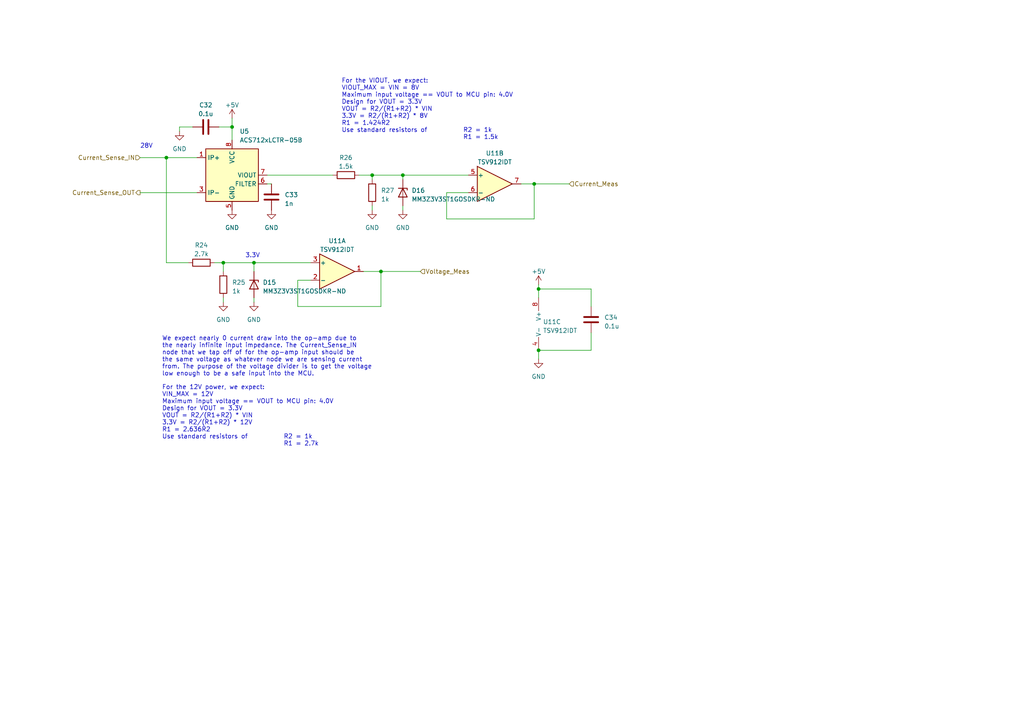
<source format=kicad_sch>
(kicad_sch (version 20230121) (generator eeschema)
  (paper "A4")
  (lib_symbols
    (symbol "Amplifier_Operational:TSV912IDT" (pin_names (offset 0.127))
      (property "Reference" "U" (at 0 5.08 0))
      (property "Value" "TSV912IDT" (at 0 -5.08 0))
      (symbol "TSV912IDT_1_1"
        (polyline (pts (xy -5.08 5.08) (xy 5.08 0) (xy -5.08 -5.08) (xy -5.08 5.08)) (stroke (width 0.254)) (fill (type background)))
        (pin output line (at 7.62 0 180) (length 2.54) (name "~") (number "1"))
        (pin input line (at -7.62 -2.54 0) (length 2.54) (name "-") (number "2"))
        (pin input line (at -7.62 2.54 0) (length 2.54) (name "+") (number "3"))
      )
      (symbol "TSV912IDT_2_1"
        (polyline (pts (xy -5.08 5.08) (xy 5.08 0) (xy -5.08 -5.08) (xy -5.08 5.08)) (stroke (width 0.254)) (fill (type background)))
        (pin input line (at -7.62 2.54 0) (length 2.54) (name "+") (number "5"))
        (pin input line (at -7.62 -2.54 0) (length 2.54) (name "-") (number "6"))
        (pin output line (at 7.62 0 180) (length 2.54) (name "~") (number "7"))
      )
      (symbol "TSV912IDT_3_1"
        (pin power_in line (at -2.54 -7.62 90) (length 3.81) (name "V-") (number "4"))
        (pin power_in line (at -2.54 7.62 270) (length 3.81) (name "V+") (number "8"))
      )
    )
    (symbol "Device:C" (pin_numbers hide) (pin_names (offset 0.254))
      (property "Reference" "C" (at 0.635 2.54 0))
      (property "Value" "C" (at 0.635 -2.54 0))
      (symbol "C_0_1"
        (polyline (pts (xy -2.032 -0.762) (xy 2.032 -0.762)) (stroke (width 0.508)))
        (polyline (pts (xy -2.032 0.762) (xy 2.032 0.762)) (stroke (width 0.508)))
      )
      (symbol "C_1_1"
        (pin passive line (at 0 3.81 270) (length 2.794) (name "~") (number "1"))
        (pin passive line (at 0 -3.81 90) (length 2.794) (name "~") (number "2"))
      )
    )
    (symbol "Device:D_Zener" (pin_numbers hide) (pin_names (offset 1.016) hide)
      (property "Reference" "D" (at 0 2.54 0))
      (property "Value" "D_Zener" (at 0 -2.54 0))
      (symbol "D_Zener_0_1"
        (polyline (pts (xy 1.27 0) (xy -1.27 0)))
        (polyline (pts (xy -1.27 -1.27) (xy -1.27 1.27) (xy -0.762 1.27)) (stroke (width 0.254)))
        (polyline (pts (xy 1.27 -1.27) (xy 1.27 1.27) (xy -1.27 0) (xy 1.27 -1.27)) (stroke (width 0.254)))
      )
      (symbol "D_Zener_1_1"
        (pin passive line (at -3.81 0 0) (length 2.54) (name "K") (number "1"))
        (pin passive line (at 3.81 0 180) (length 2.54) (name "A") (number "2"))
      )
    )
    (symbol "Device:R" (pin_numbers hide) (pin_names (offset 0))
      (property "Reference" "R" (at 2.032 0 90))
      (property "Value" "R" (at 0 0 90))
      (symbol "R_0_1"
        (rectangle (start -1.016 -2.54) (end 1.016 2.54) (stroke (width 0.254)))
      )
      (symbol "R_1_1"
        (pin passive line (at 0 3.81 270) (length 1.27) (name "~") (number "1"))
        (pin passive line (at 0 -3.81 90) (length 1.27) (name "~") (number "2"))
      )
    )
    (symbol "Sensor_Current:ACS712xLCTR-05B"
      (property "Reference" "U" (at 2.54 11.43 0))
      (property "Value" "ACS712xLCTR-05B" (at 2.54 8.89 0))
      (symbol "ACS712xLCTR-05B_0_1"
        (rectangle (start -7.62 7.62) (end 7.62 -7.62) (stroke (width 0.254)) (fill (type background)))
      )
      (symbol "ACS712xLCTR-05B_1_1"
        (pin passive line (at -10.16 5.08 0) (length 2.54) (name "IP+") (number "1"))
        (pin passive line (at -10.16 5.08 0) (length 2.54) hide (name "IP+") (number "2"))
        (pin passive line (at -10.16 -5.08 0) (length 2.54) (name "IP-") (number "3"))
        (pin passive line (at -10.16 -5.08 0) (length 2.54) hide (name "IP-") (number "4"))
        (pin power_in line (at 0 -10.16 90) (length 2.54) (name "GND") (number "5"))
        (pin passive line (at 10.16 -2.54 180) (length 2.54) (name "FILTER") (number "6"))
        (pin output line (at 10.16 0 180) (length 2.54) (name "VIOUT") (number "7"))
        (pin power_in line (at 0 10.16 270) (length 2.54) (name "VCC") (number "8"))
      )
    )
    (symbol "power:+5V" (power) (pin_names (offset 0))
      (property "Value" "+5V" (at 0 3.556 0))
      (symbol "+5V_0_1"
        (polyline (pts (xy -0.762 1.27) (xy 0 2.54)))
        (polyline (pts (xy 0 0) (xy 0 2.54)))
        (polyline (pts (xy 0 2.54) (xy 0.762 1.27)))
      )
      (symbol "+5V_1_1"
        (pin power_in line (at 0 0 90) (length 0) hide (name "+5V") (number "1"))
      )
    )
    (symbol "power:GND" (power) (pin_names (offset 0))
      (property "Value" "GND" (at 0 -3.81 0))
      (symbol "GND_0_1"
        (polyline (pts (xy 0 0) (xy 0 -1.27) (xy 1.27 -1.27) (xy 0 -2.54) (xy -1.27 -1.27) (xy 0 -1.27)))
      )
      (symbol "GND_1_1"
        (pin power_in line (at 0 0 270) (length 0) hide (name "GND") (number "1"))
      )
    )
  )
  (junction (at 156.21 101.6))
  (junction (at 154.94 53.34))
  (junction (at 73.66 76.2))
  (junction (at 116.84 50.8))
  (junction (at 64.77 76.2))
  (junction (at 67.31 36.83))
  (junction (at 48.26 45.72))
  (junction (at 156.21 83.82))
  (junction (at 110.49 78.74))
  (junction (at 107.95 50.8))
  (wire (pts (xy 107.95 59.69) (xy 107.95 60.96)))
  (wire (pts (xy 52.07 36.83) (xy 52.07 38.1)))
  (wire (pts (xy 67.31 34.29) (xy 67.31 36.83)))
  (wire (pts (xy 55.88 36.83) (xy 52.07 36.83)))
  (wire (pts (xy 64.77 76.2) (xy 73.66 76.2)))
  (wire (pts (xy 156.21 104.14) (xy 156.21 101.6)))
  (wire (pts (xy 110.49 78.74) (xy 121.92 78.74)))
  (wire (pts (xy 48.26 76.2) (xy 54.61 76.2)))
  (wire (pts (xy 73.66 86.36) (xy 73.66 87.63)))
  (wire (pts (xy 86.36 88.9) (xy 110.49 88.9)))
  (wire (pts (xy 116.84 50.8) (xy 135.89 50.8)))
  (wire (pts (xy 104.14 50.8) (xy 107.95 50.8)))
  (wire (pts (xy 48.26 45.72) (xy 48.26 76.2)))
  (wire (pts (xy 129.54 63.5) (xy 154.94 63.5)))
  (wire (pts (xy 116.84 50.8) (xy 116.84 52.07)))
  (wire (pts (xy 154.94 63.5) (xy 154.94 53.34)))
  (wire (pts (xy 77.47 50.8) (xy 96.52 50.8)))
  (wire (pts (xy 86.36 81.28) (xy 86.36 88.9)))
  (wire (pts (xy 67.31 36.83) (xy 67.31 40.64)))
  (wire (pts (xy 64.77 86.36) (xy 64.77 87.63)))
  (wire (pts (xy 156.21 82.55) (xy 156.21 83.82)))
  (wire (pts (xy 90.17 81.28) (xy 86.36 81.28)))
  (wire (pts (xy 154.94 53.34) (xy 165.1 53.34)))
  (wire (pts (xy 73.66 76.2) (xy 90.17 76.2)))
  (wire (pts (xy 156.21 83.82) (xy 171.45 83.82)))
  (wire (pts (xy 63.5 36.83) (xy 67.31 36.83)))
  (wire (pts (xy 73.66 76.2) (xy 73.66 78.74)))
  (wire (pts (xy 156.21 83.82) (xy 156.21 86.36)))
  (wire (pts (xy 48.26 45.72) (xy 57.15 45.72)))
  (wire (pts (xy 110.49 78.74) (xy 105.41 78.74)))
  (wire (pts (xy 171.45 96.52) (xy 171.45 101.6)))
  (wire (pts (xy 77.47 53.34) (xy 78.74 53.34)))
  (wire (pts (xy 57.15 55.88) (xy 40.64 55.88)))
  (wire (pts (xy 171.45 83.82) (xy 171.45 88.9)))
  (wire (pts (xy 107.95 50.8) (xy 107.95 52.07)))
  (wire (pts (xy 116.84 59.69) (xy 116.84 60.96)))
  (wire (pts (xy 107.95 50.8) (xy 116.84 50.8)))
  (wire (pts (xy 129.54 55.88) (xy 129.54 63.5)))
  (wire (pts (xy 151.13 53.34) (xy 154.94 53.34)))
  (wire (pts (xy 40.64 45.72) (xy 48.26 45.72)))
  (wire (pts (xy 135.89 55.88) (xy 129.54 55.88)))
  (wire (pts (xy 110.49 88.9) (xy 110.49 78.74)))
  (wire (pts (xy 64.77 76.2) (xy 64.77 78.74)))
  (wire (pts (xy 62.23 76.2) (xy 64.77 76.2)))
  (wire (pts (xy 171.45 101.6) (xy 156.21 101.6)))
  (text "We expect nearly 0 current draw into the op-amp due to\nthe nearly infinite input impedance. The Current_Sense_IN\nnode that we tap off of for the op-amp input should be\nthe same voltage as whatever node we are sensing current\nfrom. The purpose of the voltage divider is to get the voltage\nlow enough to be a safe input into the MCU." (at 46.99 109.22 0) (effects (font (size 1.27 1.27)) (justify left bottom)))
  (text "28V" (at 40.64 43.18 0) (effects (font (size 1.27 1.27)) (justify left bottom)))
  (text "For the 12V power, we expect:\nVIN_MAX = 12V\nMaximum input voltage == VOUT to MCU pin: 4.0V\nDesign for VOUT = 3.3V\nVOUT = R2/(R1+R2) * VIN\n3.3V = R2/(R1+R2) * 12V\nR1 = 2.636R2\nUse standard resistors of 	R2 = 1k\n							R1 = 2.7k" (at 46.99 129.54 0) (effects (font (size 1.27 1.27)) (justify left bottom)))
  (text "For the VIOUT, we expect:\nVIOUT_MAX = VIN = 8V\nMaximum input voltage == VOUT to MCU pin: 4.0V\nDesign for VOUT = 3.3V\nVOUT = R2/(R1+R2) * VIN\n3.3V = R2/(R1+R2) * 8V\nR1 = 1.424R2\nUse standard resistors of 	R2 = 1k\n							R1 = 1.5k" (at 99.06 40.64 0) (effects (font (size 1.27 1.27)) (justify left bottom)))
  (text "3.3V" (at 71.12 74.93 0) (effects (font (size 1.27 1.27)) (justify left bottom)))
  (hierarchical_label "Current_Sense_IN" (shape input) (at 40.64 45.72 180))
  (hierarchical_label "Current_Sense_OUT" (shape output) (at 40.64 55.88 180))
  (hierarchical_label "Voltage_Meas" (shape input) (at 121.92 78.74 0))
  (hierarchical_label "Current_Meas" (shape input) (at 165.1 53.34 0))
  (symbol (lib_id "Device:R") (at 64.77 82.55 180) (unit 1)
    (property "Reference" "R25" (at 67.31 81.915 0) (effects (justify right)))
    (property "Value" "1k" (at 67.31 84.455 0) (effects (justify right)))
    (property "Footprint" "Resistor_SMD:R_0805_2012Metric" (effects hide))
    (instances (project "FCBoard" (path "" (reference "R25") (unit 1)) (path "" (reference "R17") (unit 1))))
  )
  (symbol (lib_id "power:GND") (at 73.66 87.63 0) (unit 1)
    (property "Reference" "#PWR043" (effects hide))
    (property "Value" "GND" (at 73.66 92.71 0))
    (instances (project "FCBoard" (path "" (reference "#PWR043") (unit 1)) (path "" (reference "#PWR039") (unit 1))))
  )
  (symbol (lib_id "Device:C") (at 59.69 36.83 90) (unit 1)
    (property "Reference" "C32" (at 59.69 30.48 90))
    (property "Value" "0.1u" (at 59.69 33.02 90))
    (property "Footprint" "Capacitor_SMD:C_0603_1608Metric" (effects hide))
    (property "Datasheet" "https://connect.kemet.com:7667/gateway/IntelliData-ComponentDocumentation/1.0/download/datasheet/C0603C104K8RACTU" (effects hide))
    (property "Part" "C0603C104K8RAC7867" (effects hide))
    (instances (project "FCBoard" (path "" (reference "C32") (unit 1)) (path "" (reference "C21") (unit 1))))
  )
  (symbol (lib_id "Amplifier_Operational:TSV912IDT") (at 143.51 53.34 0) (unit 2)
    (property "Reference" "U11" (at 143.51 44.45 0))
    (property "Value" "TSV912IDT" (at 143.51 46.99 0))
    (property "Footprint" "BATT_FTP:SO8_STM" (effects hide))
    (property "Datasheet" "www.st.com/resource/en/datasheet/tsv911.pdf" (effects hide))
  )
  (symbol (lib_id "Amplifier_Operational:TSV912IDT") (at 158.75 93.98 0) (unit 3)
    (property "Reference" "U11" (at 157.48 93.345 0) (effects (justify left)))
    (property "Value" "TSV912IDT" (at 157.48 95.885 0) (effects (justify left)))
    (property "Footprint" "BATT_FTP:SO8_STM" (effects hide))
    (property "Datasheet" "www.st.com/resource/en/datasheet/tsv911.pdf" (effects hide))
  )
  (symbol (lib_id "Amplifier_Operational:TSV912IDT") (at 97.79 78.74 0) (unit 1)
    (property "Reference" "U11" (at 97.79 69.85 0))
    (property "Value" "TSV912IDT" (at 97.79 72.39 0))
    (property "Footprint" "BATT_FTP:SO8_STM" (effects hide))
    (property "Datasheet" "www.st.com/resource/en/datasheet/tsv911.pdf" (effects hide))
    (instances (project "FCBoard" (path "" (reference "U11") (unit 1)) (path "" (reference "U12") (unit 1))))
  )
  (symbol (lib_id "power:GND") (at 67.31 60.96 0) (unit 1)
    (property "Reference" "#PWR042" (effects hide))
    (property "Value" "GND" (at 67.31 66.04 0))
    (instances (project "FCBoard" (path "" (reference "#PWR042") (unit 1)) (path "" (reference "#PWR037") (unit 1))))
  )
  (symbol (lib_id "Device:R") (at 107.95 55.88 180) (unit 1)
    (property "Reference" "R27" (at 110.49 55.245 0) (effects (justify right)))
    (property "Value" "1k" (at 110.49 57.785 0) (effects (justify right)))
    (property "Footprint" "Resistor_SMD:R_0805_2012Metric" (effects hide))
    (instances (project "FCBoard" (path "" (reference "R27") (unit 1)) (path "" (reference "R17") (unit 1))))
  )
  (symbol (lib_id "Device:C") (at 78.74 57.15 180) (unit 1)
    (property "Reference" "C33" (at 82.55 56.515 0) (effects (justify right)))
    (property "Value" "1n" (at 82.55 59.055 0) (effects (justify right)))
    (property "Footprint" "Capacitor_SMD:C_0603_1608Metric" (effects hide))
    (property "Datasheet" "https://www.yageo.com/upload/media/product/app/datasheet/mlcc/upy-gphc_x7r_6_3v-to-250v.pdf" (effects hide))
    (property "Part" "CC0603JRX7R7BB102" (effects hide))
    (instances (project "FCBoard" (path "" (reference "C33") (unit 1)) (path "" (reference "C21") (unit 1))))
  )
  (symbol (lib_id "power:GND") (at 52.07 38.1 0) (unit 1)
    (property "Reference" "#PWR039" (effects hide))
    (property "Value" "GND" (at 52.07 43.18 0))
    (instances (project "FCBoard" (path "" (reference "#PWR039") (unit 1)) (path "" (reference "#PWR035") (unit 1))))
  )
  (symbol (lib_id "power:GND") (at 107.95 60.96 0) (unit 1)
    (property "Reference" "#PWR045" (effects hide))
    (property "Value" "GND" (at 107.95 66.04 0))
    (instances (project "FCBoard" (path "" (reference "#PWR045") (unit 1)) (path "" (reference "#PWR038") (unit 1))))
  )
  (symbol (lib_id "Device:R") (at 58.42 76.2 90) (unit 1)
    (property "Reference" "R24" (at 58.42 71.12 90))
    (property "Value" "2.7k" (at 58.42 73.66 90))
    (property "Footprint" "Resistor_SMD:R_0805_2012Metric" (effects hide))
    (instances (project "FCBoard" (path "" (reference "R24") (unit 1)) (path "" (reference "R18") (unit 1))))
  )
  (symbol (lib_id "power:GND") (at 78.74 60.96 0) (unit 1)
    (property "Reference" "#PWR044" (effects hide))
    (property "Value" "GND" (at 78.74 66.04 0))
    (instances (project "FCBoard" (path "" (reference "#PWR044") (unit 1)) (path "" (reference "#PWR038") (unit 1))))
  )
  (symbol (lib_id "power:GND") (at 64.77 87.63 0) (unit 1)
    (property "Reference" "#PWR040" (effects hide))
    (property "Value" "GND" (at 64.77 92.71 0))
    (instances (project "FCBoard" (path "" (reference "#PWR040") (unit 1)) (path "" (reference "#PWR038") (unit 1))))
  )
  (symbol (lib_id "Device:C") (at 171.45 92.71 180) (unit 1)
    (property "Reference" "C34" (at 175.26 92.075 0) (effects (justify right)))
    (property "Value" "0.1u" (at 175.26 94.615 0) (effects (justify right)))
    (property "Footprint" "Capacitor_SMD:C_0603_1608Metric" (effects hide))
    (property "Datasheet" "https://connect.kemet.com:7667/gateway/IntelliData-ComponentDocumentation/1.0/download/datasheet/C0603C104K8RACTU" (effects hide))
    (property "Part" "C0603C104K8RAC7867" (effects hide))
    (instances (project "FCBoard" (path "" (reference "C34") (unit 1)) (path "" (reference "C21") (unit 1))))
  )
  (symbol (lib_id "Device:R") (at 100.33 50.8 90) (unit 1)
    (property "Reference" "R26" (at 100.33 45.72 90))
    (property "Value" "1.5k" (at 100.33 48.26 90))
    (property "Footprint" "Resistor_SMD:R_0805_2012Metric" (effects hide))
    (instances (project "FCBoard" (path "" (reference "R26") (unit 1)) (path "" (reference "R18") (unit 1))))
  )
  (symbol (lib_id "Device:D_Zener") (at 116.84 55.88 270) (unit 1)
    (property "Reference" "D16" (at 119.38 55.245 90) (effects (justify left)))
    (property "Value" "MM3Z3V3ST1GOSDKR-ND" (at 119.38 57.785 90) (effects (justify left)))
    (property "Footprint" "Diode_SMD:D_SOD-323" (effects hide))
    (property "Datasheet" "https://www.onsemi.com/pdf/datasheet/mm3z2v4st1-d.pdf" (effects hide))
    (instances (project "FCBoard" (path "" (reference "D16") (unit 1)) (path "" (reference "D18") (unit 1))))
  )
  (symbol (lib_id "Sensor_Current:ACS712xLCTR-05B") (at 67.31 50.8 0) (unit 1)
    (property "Reference" "U5" (at 69.5041 38.1 0) (effects (justify left)))
    (property "Value" "ACS712xLCTR-05B" (at 69.5041 40.64 0) (effects (justify left)))
    (property "Footprint" "Package_SO:SOIC-8_3.9x4.9mm_P1.27mm" (effects hide))
    (property "Datasheet" "http://www.allegromicro.com/~/media/Files/Datasheets/ACS712-Datasheet.ashx?la=en" (effects hide))
    (instances (project "FCBoard" (path "" (reference "U5") (unit 1)) (path "" (reference "U10") (unit 1))))
  )
  (symbol (lib_id "power:+5V") (at 156.21 82.55 0) (unit 1)
    (property "Reference" "#PWR047" (effects hide))
    (property "Value" "+5V" (at 156.21 78.74 0))
    (instances (project "FCBoard" (path "" (reference "#PWR047") (unit 1)) (path "" (reference "#PWR036") (unit 1))))
  )
  (symbol (lib_id "power:GND") (at 116.84 60.96 0) (unit 1)
    (property "Reference" "#PWR046" (effects hide))
    (property "Value" "GND" (at 116.84 66.04 0))
    (instances (project "FCBoard" (path "" (reference "#PWR046") (unit 1)) (path "" (reference "#PWR038") (unit 1))))
  )
  (symbol (lib_id "Device:D_Zener") (at 73.66 82.55 270) (unit 1)
    (property "Reference" "D15" (at 76.2 81.915 90) (effects (justify left)))
    (property "Value" "MM3Z3V3ST1GOSDKR-ND" (at 76.2 84.455 90) (effects (justify left)))
    (property "Footprint" "Diode_SMD:D_SOD-323" (effects hide))
    (property "Datasheet" "https://www.onsemi.com/pdf/datasheet/mm3z2v4st1-d.pdf" (effects hide))
    (instances (project "FCBoard" (path "" (reference "D15") (unit 1)) (path "" (reference "D18") (unit 1))))
  )
  (symbol (lib_id "power:GND") (at 156.21 104.14 0) (unit 1)
    (property "Reference" "#PWR048" (effects hide))
    (property "Value" "GND" (at 156.21 109.22 0))
    (instances (project "FCBoard" (path "" (reference "#PWR048") (unit 1)) (path "" (reference "#PWR039") (unit 1))))
  )
  (symbol (lib_id "power:+5V") (at 67.31 34.29 0) (unit 1)
    (property "Reference" "#PWR041" (effects hide))
    (property "Value" "+5V" (at 67.31 30.48 0))
    (instances (project "FCBoard" (path "" (reference "#PWR041") (unit 1)) (path "" (reference "#PWR036") (unit 1))))
  )
)
</source>
